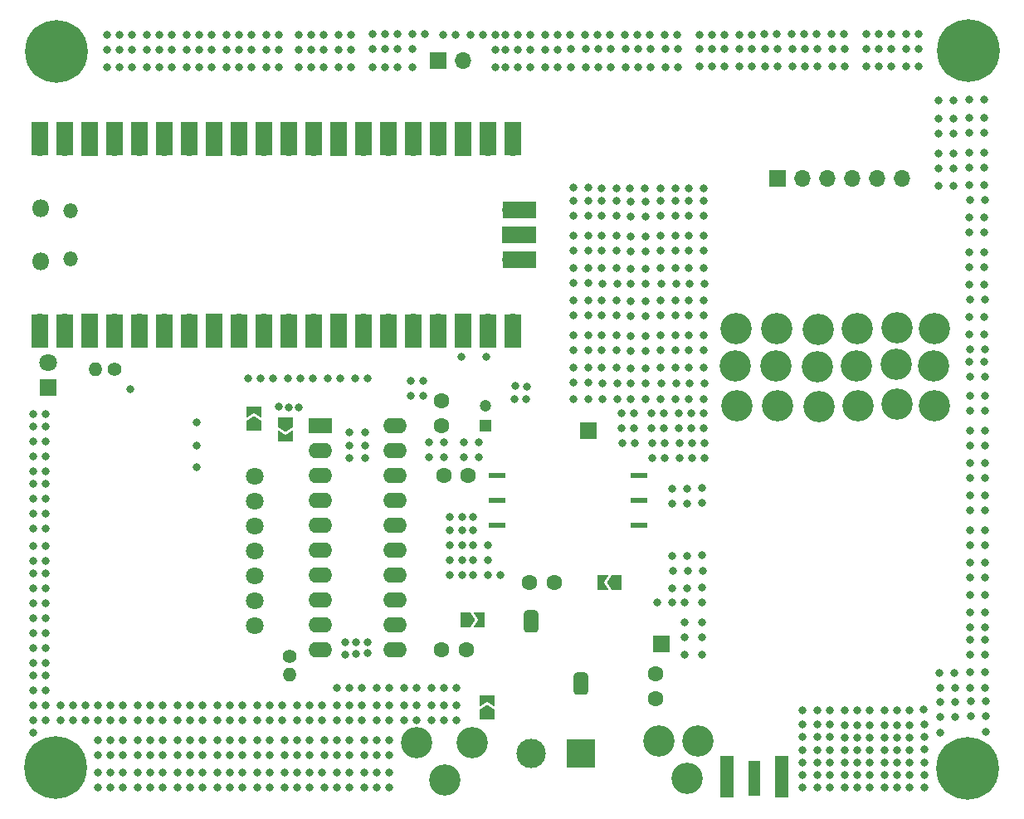
<source format=gbr>
%TF.GenerationSoftware,KiCad,Pcbnew,(7.0.0-rc2-19-gbcc1e28bab)*%
%TF.CreationDate,2023-01-26T23:12:17-08:00*%
%TF.ProjectId,Amplified-WSPR-Beacon-v3,416d706c-6966-4696-9564-2d575350522d,rev?*%
%TF.SameCoordinates,Original*%
%TF.FileFunction,Soldermask,Top*%
%TF.FilePolarity,Negative*%
%FSLAX46Y46*%
G04 Gerber Fmt 4.6, Leading zero omitted, Abs format (unit mm)*
G04 Created by KiCad (PCBNEW (7.0.0-rc2-19-gbcc1e28bab)) date 2023-01-26 23:12:17*
%MOMM*%
%LPD*%
G01*
G04 APERTURE LIST*
G04 Aperture macros list*
%AMRoundRect*
0 Rectangle with rounded corners*
0 $1 Rounding radius*
0 $2 $3 $4 $5 $6 $7 $8 $9 X,Y pos of 4 corners*
0 Add a 4 corners polygon primitive as box body*
4,1,4,$2,$3,$4,$5,$6,$7,$8,$9,$2,$3,0*
0 Add four circle primitives for the rounded corners*
1,1,$1+$1,$2,$3*
1,1,$1+$1,$4,$5*
1,1,$1+$1,$6,$7*
1,1,$1+$1,$8,$9*
0 Add four rect primitives between the rounded corners*
20,1,$1+$1,$2,$3,$4,$5,0*
20,1,$1+$1,$4,$5,$6,$7,0*
20,1,$1+$1,$6,$7,$8,$9,0*
20,1,$1+$1,$8,$9,$2,$3,0*%
%AMFreePoly0*
4,1,6,1.000000,0.000000,0.500000,-0.750000,-0.500000,-0.750000,-0.500000,0.750000,0.500000,0.750000,1.000000,0.000000,1.000000,0.000000,$1*%
%AMFreePoly1*
4,1,6,0.500000,-0.750000,-0.650000,-0.750000,-0.150000,0.000000,-0.650000,0.750000,0.500000,0.750000,0.500000,-0.750000,0.500000,-0.750000,$1*%
G04 Aperture macros list end*
%ADD10R,1.200000X1.200000*%
%ADD11C,1.200000*%
%ADD12R,1.270000X3.600000*%
%ADD13R,1.350000X4.200000*%
%ADD14FreePoly0,270.000000*%
%ADD15FreePoly1,270.000000*%
%ADD16R,1.800000X1.800000*%
%ADD17C,1.800000*%
%ADD18FreePoly0,0.000000*%
%ADD19FreePoly1,0.000000*%
%ADD20C,0.800000*%
%ADD21C,6.400000*%
%ADD22C,1.600000*%
%ADD23R,1.700000X1.700000*%
%ADD24R,1.778000X0.609600*%
%ADD25O,1.700000X1.700000*%
%ADD26O,1.800000X1.800000*%
%ADD27O,1.500000X1.500000*%
%ADD28R,1.700000X3.500000*%
%ADD29R,3.500000X1.700000*%
%ADD30R,3.000000X3.000000*%
%ADD31C,3.000000*%
%ADD32FreePoly0,90.000000*%
%ADD33FreePoly1,90.000000*%
%ADD34R,2.400000X1.600000*%
%ADD35O,2.400000X1.600000*%
%ADD36RoundRect,0.381000X-0.381000X0.762000X-0.381000X-0.762000X0.381000X-0.762000X0.381000X0.762000X0*%
%ADD37C,1.400000*%
%ADD38O,1.400000X1.400000*%
%ADD39FreePoly0,180.000000*%
%ADD40FreePoly1,180.000000*%
%ADD41C,3.200000*%
G04 APERTURE END LIST*
D10*
%TO.C,C8*%
X136849999Y-98222599D03*
D11*
X136850000Y-96222600D03*
%TD*%
D12*
%TO.C,J1*%
X164279999Y-134239999D03*
D13*
X161454999Y-134039999D03*
X167104999Y-134039999D03*
%TD*%
D14*
%TO.C,JP5*%
X116400000Y-97910000D03*
D15*
X116400000Y-99360000D03*
%TD*%
D16*
%TO.C,D1*%
X92239999Y-94354999D03*
D17*
X92240000Y-91815000D03*
%TD*%
D18*
%TO.C,JP2*%
X134815000Y-118090000D03*
D19*
X136265000Y-118090000D03*
%TD*%
D17*
%TO.C,U2*%
X113301000Y-103386350D03*
X113301000Y-105926350D03*
X113301000Y-108466350D03*
X113301000Y-111006350D03*
X113301000Y-113546350D03*
X113301000Y-116086350D03*
X113301000Y-118626350D03*
%TD*%
D20*
%TO.C,H4*%
X183620000Y-133190000D03*
X184322944Y-131492944D03*
X184322944Y-134887056D03*
X186020000Y-130790000D03*
D21*
X186020000Y-133190000D03*
D20*
X186020000Y-135590000D03*
X187717056Y-131492944D03*
X187717056Y-134887056D03*
X188420000Y-133190000D03*
%TD*%
D22*
%TO.C,C3*%
X154210000Y-126070000D03*
X154210000Y-123570000D03*
%TD*%
D23*
%TO.C,TP1*%
X147359999Y-98719999D03*
%TD*%
D24*
%TO.C,TR1*%
X138020999Y-108379999D03*
X138020999Y-105839999D03*
X138020999Y-103299999D03*
X152498999Y-103299999D03*
X152498999Y-105839999D03*
X152498999Y-108379999D03*
%TD*%
D23*
%TO.C,TP2*%
X154769999Y-120509999D03*
%TD*%
D22*
%TO.C,C7*%
X132340000Y-95720000D03*
X132340000Y-98220000D03*
%TD*%
D23*
%TO.C,SW1*%
X132039999Y-61019999D03*
D25*
X134579999Y-61019999D03*
%TD*%
D20*
%TO.C,H2*%
X183680000Y-60010000D03*
X184382944Y-58312944D03*
X184382944Y-61707056D03*
X186080000Y-57610000D03*
D21*
X186080000Y-60010000D03*
D20*
X186080000Y-62410000D03*
X187777056Y-58312944D03*
X187777056Y-61707056D03*
X188480000Y-60010000D03*
%TD*%
D23*
%TO.C,RTC1*%
X166654999Y-72999999D03*
D25*
X169194999Y-72999999D03*
X171734999Y-72999999D03*
X174274999Y-72999999D03*
X176814999Y-72999999D03*
X179354999Y-72999999D03*
%TD*%
D20*
%TO.C,H1*%
X90710000Y-60040000D03*
X91412944Y-58342944D03*
X91412944Y-61737056D03*
X93110000Y-57640000D03*
D21*
X93110000Y-60040000D03*
D20*
X93110000Y-62440000D03*
X94807056Y-58342944D03*
X94807056Y-61737056D03*
X95510000Y-60040000D03*
%TD*%
D26*
%TO.C,U1*%
X91480999Y-81498999D03*
D27*
X94510999Y-81198999D03*
X94510999Y-76348999D03*
D26*
X91480999Y-76048999D03*
D25*
X91350999Y-87663999D03*
D28*
X91350999Y-88563999D03*
D25*
X93890999Y-87663999D03*
D28*
X93890999Y-88563999D03*
D23*
X96430999Y-87663999D03*
D28*
X96430999Y-88563999D03*
D25*
X98970999Y-87663999D03*
D28*
X98970999Y-88563999D03*
D25*
X101510999Y-87663999D03*
D28*
X101510999Y-88563999D03*
D25*
X104050999Y-87663999D03*
D28*
X104050999Y-88563999D03*
D25*
X106590999Y-87663999D03*
D28*
X106590999Y-88563999D03*
D23*
X109130999Y-87663999D03*
D28*
X109130999Y-88563999D03*
D25*
X111670999Y-87663999D03*
D28*
X111670999Y-88563999D03*
D25*
X114210999Y-87663999D03*
D28*
X114210999Y-88563999D03*
D25*
X116750999Y-87663999D03*
D28*
X116750999Y-88563999D03*
D25*
X119290999Y-87663999D03*
D28*
X119290999Y-88563999D03*
D23*
X121830999Y-87663999D03*
D28*
X121830999Y-88563999D03*
D25*
X124370999Y-87663999D03*
D28*
X124370999Y-88563999D03*
D25*
X126910999Y-87663999D03*
D28*
X126910999Y-88563999D03*
D25*
X129450999Y-87663999D03*
D28*
X129450999Y-88563999D03*
D25*
X131990999Y-87663999D03*
D28*
X131990999Y-88563999D03*
D23*
X134530999Y-87663999D03*
D28*
X134530999Y-88563999D03*
D25*
X137070999Y-87663999D03*
D28*
X137070999Y-88563999D03*
D25*
X139610999Y-87663999D03*
D28*
X139610999Y-88563999D03*
D25*
X139610999Y-69883999D03*
D28*
X139610999Y-68983999D03*
D25*
X137070999Y-69883999D03*
D28*
X137070999Y-68983999D03*
D23*
X134530999Y-69883999D03*
D28*
X134530999Y-68983999D03*
D25*
X131990999Y-69883999D03*
D28*
X131990999Y-68983999D03*
D25*
X129450999Y-69883999D03*
D28*
X129450999Y-68983999D03*
D25*
X126910999Y-69883999D03*
D28*
X126910999Y-68983999D03*
D25*
X124370999Y-69883999D03*
D28*
X124370999Y-68983999D03*
D23*
X121830999Y-69883999D03*
D28*
X121830999Y-68983999D03*
D25*
X119290999Y-69883999D03*
D28*
X119290999Y-68983999D03*
D25*
X116750999Y-69883999D03*
D28*
X116750999Y-68983999D03*
D25*
X114210999Y-69883999D03*
D28*
X114210999Y-68983999D03*
D25*
X111670999Y-69883999D03*
D28*
X111670999Y-68983999D03*
D23*
X109130999Y-69883999D03*
D28*
X109130999Y-68983999D03*
D25*
X106590999Y-69883999D03*
D28*
X106590999Y-68983999D03*
D25*
X104050999Y-69883999D03*
D28*
X104050999Y-68983999D03*
D25*
X101510999Y-69883999D03*
D28*
X101510999Y-68983999D03*
D25*
X98970999Y-69883999D03*
D28*
X98970999Y-68983999D03*
D23*
X96430999Y-69883999D03*
D28*
X96430999Y-68983999D03*
D25*
X93890999Y-69883999D03*
D28*
X93890999Y-68983999D03*
D25*
X91350999Y-69883999D03*
D28*
X91350999Y-68983999D03*
D25*
X139380999Y-81313999D03*
D29*
X140280999Y-81313999D03*
D23*
X139380999Y-78773999D03*
D29*
X140280999Y-78773999D03*
D25*
X139380999Y-76233999D03*
D29*
X140280999Y-76233999D03*
%TD*%
D22*
%TO.C,C4*%
X134870000Y-121080000D03*
X132370000Y-121080000D03*
%TD*%
D30*
%TO.C,ANTENNA1*%
X146539999Y-131649999D03*
D31*
X141460000Y-131650000D03*
%TD*%
D32*
%TO.C,JP3*%
X136990000Y-127720000D03*
D33*
X136990000Y-126270000D03*
%TD*%
D34*
%TO.C,U3*%
X119997999Y-98231999D03*
D35*
X119997999Y-100771999D03*
X119997999Y-103311999D03*
X119997999Y-105851999D03*
X119997999Y-108391999D03*
X119997999Y-110931999D03*
X119997999Y-113471999D03*
X119997999Y-116011999D03*
X119997999Y-118551999D03*
X119997999Y-121091999D03*
X127617999Y-121091999D03*
X127617999Y-118551999D03*
X127617999Y-116011999D03*
X127617999Y-113471999D03*
X127617999Y-110931999D03*
X127617999Y-108391999D03*
X127617999Y-105851999D03*
X127617999Y-103311999D03*
X127617999Y-100771999D03*
X127617999Y-98231999D03*
%TD*%
D20*
%TO.C,H3*%
X93000000Y-135500000D03*
X91302944Y-134797056D03*
X94697056Y-134797056D03*
X90600000Y-133100000D03*
D21*
X93000000Y-133100000D03*
D20*
X95400000Y-133100000D03*
X91302944Y-131402944D03*
X94697056Y-131402944D03*
X93000000Y-130700000D03*
%TD*%
D36*
%TO.C,L2*%
X141520000Y-118240000D03*
X146600000Y-124590000D03*
%TD*%
D32*
%TO.C,JP4*%
X113240000Y-98270000D03*
D33*
X113240000Y-96820000D03*
%TD*%
D22*
%TO.C,C1*%
X135080000Y-103310000D03*
X132580000Y-103310000D03*
%TD*%
D37*
%TO.C,R1*%
X116840000Y-121777000D03*
D38*
X116839999Y-123676999D03*
%TD*%
D22*
%TO.C,C2*%
X143860000Y-114280000D03*
X141360000Y-114280000D03*
%TD*%
D37*
%TO.C,R2*%
X98970000Y-92510000D03*
D38*
X97069999Y-92509999D03*
%TD*%
D39*
%TO.C,JP1*%
X150230000Y-114280000D03*
D40*
X148780000Y-114280000D03*
%TD*%
D20*
X131318000Y-128270000D03*
X113538000Y-126746000D03*
X135342000Y-58328000D03*
X186206000Y-87160000D03*
X100798000Y-59852000D03*
X162774000Y-58328000D03*
X153200000Y-83770000D03*
X172008000Y-135162000D03*
X90728000Y-126780000D03*
X147026000Y-58328000D03*
X136176000Y-99950000D03*
X157410000Y-104690000D03*
X105460000Y-126780000D03*
X173466000Y-59804000D03*
X145786000Y-73990000D03*
X91998000Y-123732000D03*
X159980000Y-58328000D03*
X187730000Y-83858000D03*
X152022000Y-98532000D03*
X178866000Y-132622000D03*
X109524000Y-133638000D03*
X184620000Y-70446000D03*
X186266000Y-120082000D03*
X157176000Y-121632000D03*
X151616000Y-74040000D03*
X91998000Y-125256000D03*
X116702000Y-93400000D03*
X93522000Y-128304000D03*
X170688000Y-133858000D03*
X154710000Y-92332000D03*
X147370000Y-83720000D03*
X112064000Y-130336000D03*
D41*
X132690000Y-134400000D03*
D20*
X157600000Y-75334000D03*
X127875000Y-58326000D03*
X170684000Y-61602000D03*
X91948000Y-119380000D03*
X157410000Y-106214000D03*
X117602000Y-133604000D03*
X120396000Y-130302000D03*
X138910000Y-61650000D03*
X121716000Y-135162000D03*
X112990000Y-59852000D03*
X155936000Y-113106000D03*
X178866000Y-135162000D03*
X117830000Y-96360000D03*
X172208000Y-61602000D03*
X176062000Y-131324000D03*
X112064000Y-126780000D03*
X174802000Y-132622000D03*
X154710000Y-80394000D03*
X153150000Y-92372000D03*
X102666000Y-130336000D03*
X148334000Y-59840000D03*
X113588000Y-131860000D03*
X125730000Y-128270000D03*
X187730000Y-73698000D03*
X97332000Y-133638000D03*
X116332000Y-130302000D03*
X100798000Y-58328000D03*
X166570000Y-58292000D03*
X133170000Y-110420000D03*
X180998000Y-59782000D03*
X152048000Y-100006000D03*
D41*
X182630000Y-88370000D03*
D20*
X112064000Y-131860000D03*
X187790000Y-112208000D03*
X169164000Y-132588000D03*
X156424000Y-58328000D03*
X156594000Y-97008000D03*
X157176000Y-118330000D03*
X102334000Y-61650000D03*
X134440000Y-108896000D03*
X150752000Y-97008000D03*
X99872000Y-126780000D03*
X116382000Y-135162000D03*
X106730000Y-133638000D03*
X120356000Y-58328000D03*
X187860000Y-126362000D03*
X157600000Y-92352000D03*
X174792000Y-131324000D03*
X156234000Y-80394000D03*
X90728000Y-120938000D03*
X133858000Y-124968000D03*
X137894000Y-61650000D03*
X183096000Y-73748000D03*
X129794000Y-128270000D03*
X94792000Y-128304000D03*
X151626000Y-89070000D03*
X157600000Y-80414000D03*
X106386000Y-59852000D03*
X98602000Y-126780000D03*
D41*
X154550000Y-130460000D03*
D20*
X178216000Y-61580000D03*
X150260000Y-78890000D03*
X187730000Y-78524000D03*
X90678000Y-112014000D03*
X103936000Y-130336000D03*
X147320000Y-82162000D03*
X153680000Y-61638000D03*
X121880000Y-59852000D03*
X178204000Y-59782000D03*
X147320000Y-85464000D03*
X186206000Y-91732000D03*
X151626000Y-80434000D03*
X94792000Y-126780000D03*
X107656000Y-58328000D03*
X168094000Y-58292000D03*
X186206000Y-88938000D03*
X142962000Y-59852000D03*
X114514000Y-58328000D03*
X124560000Y-101560000D03*
X154710000Y-78870000D03*
X90728000Y-97062000D03*
X187790000Y-110430000D03*
X148726000Y-74020000D03*
X145540000Y-59840000D03*
X90728000Y-125256000D03*
X90728000Y-98332000D03*
D41*
X166580000Y-88370000D03*
D20*
X108938000Y-61650000D03*
X158660000Y-59818000D03*
X90678000Y-102870000D03*
X124510000Y-135162000D03*
X161250000Y-58328000D03*
X100810000Y-61650000D03*
X133858000Y-126746000D03*
X187700000Y-65000000D03*
X127887000Y-61648000D03*
X110450000Y-59852000D03*
X156620000Y-101530000D03*
X180066000Y-127274000D03*
X151626000Y-90594000D03*
X145552000Y-61638000D03*
X186326000Y-124980000D03*
X157890000Y-100006000D03*
X150310000Y-93910000D03*
X135586000Y-110438000D03*
X170688000Y-132588000D03*
X135586000Y-113486000D03*
X109524000Y-130336000D03*
X123150000Y-59852000D03*
X96062000Y-126780000D03*
X122936000Y-130302000D03*
X173532000Y-133892000D03*
X186206000Y-77000000D03*
X123660000Y-120360000D03*
X128524000Y-128270000D03*
X150260000Y-82192000D03*
D41*
X178800000Y-88240000D03*
D20*
X159004000Y-113030000D03*
X98258000Y-59852000D03*
X181600000Y-128750000D03*
X154710000Y-85474000D03*
X174792000Y-130054000D03*
X147320000Y-75304000D03*
X156462000Y-59840000D03*
X151626000Y-75354000D03*
X119098000Y-61650000D03*
X186266000Y-106874000D03*
X156474000Y-61638000D03*
X98602000Y-135162000D03*
X156284000Y-93890000D03*
X115178000Y-93400000D03*
X159124000Y-82192000D03*
X148736000Y-92352000D03*
X144232000Y-58328000D03*
X151128000Y-59840000D03*
X187790000Y-106874000D03*
X169402000Y-59804000D03*
X187730000Y-82080000D03*
X142974000Y-61650000D03*
X110794000Y-131860000D03*
X116078000Y-128270000D03*
X112064000Y-135162000D03*
X108000000Y-128304000D03*
X103936000Y-135162000D03*
X187730000Y-71920000D03*
X153150000Y-85514000D03*
X162736000Y-61616000D03*
D41*
X178730000Y-92000000D03*
D20*
X150260000Y-87018000D03*
D41*
X170860000Y-96260000D03*
D20*
X158710000Y-58328000D03*
X170738000Y-135162000D03*
X101396000Y-128304000D03*
X124460000Y-133604000D03*
X137882000Y-59852000D03*
X159124000Y-90574000D03*
X118872000Y-128270000D03*
X112064000Y-128304000D03*
X129399000Y-59850000D03*
X145796000Y-90544000D03*
X102322000Y-59852000D03*
X187790000Y-120082000D03*
X159160000Y-100006000D03*
X175714000Y-58292000D03*
X138898000Y-59852000D03*
D41*
X158530000Y-130390000D03*
X174780000Y-88370000D03*
D20*
X105460000Y-133638000D03*
X102666000Y-126780000D03*
X151676000Y-83770000D03*
X181600000Y-131290000D03*
X177586000Y-131324000D03*
X126605000Y-59850000D03*
X176002000Y-127274000D03*
X153150000Y-78910000D03*
X154734000Y-95540000D03*
X151140000Y-61638000D03*
X91948000Y-102870000D03*
X187730000Y-68364000D03*
X90678000Y-119380000D03*
X158954000Y-119854000D03*
X159134000Y-98532000D03*
X90728000Y-128304000D03*
X91998000Y-99856000D03*
X153200000Y-93930000D03*
X186266000Y-102048000D03*
X103936000Y-133638000D03*
X149616000Y-61638000D03*
X145846000Y-93880000D03*
X153630000Y-58328000D03*
X124850000Y-121480000D03*
X103604000Y-61650000D03*
X157650000Y-83750000D03*
X157410000Y-111548000D03*
X183166000Y-123472000D03*
X130480000Y-95220000D03*
X115796000Y-61650000D03*
X105460000Y-131860000D03*
X122936000Y-133604000D03*
X157600000Y-85494000D03*
X125730000Y-131826000D03*
X176072000Y-133892000D03*
X110794000Y-126780000D03*
X110794000Y-128304000D03*
X125347000Y-61648000D03*
X178254000Y-58292000D03*
X147320000Y-86988000D03*
X108000000Y-135162000D03*
X154382000Y-116298000D03*
X132620000Y-101474000D03*
X96062000Y-128304000D03*
X102666000Y-128304000D03*
X137110000Y-113486000D03*
X181610000Y-132588000D03*
X173428000Y-58292000D03*
X184620000Y-73748000D03*
X129210000Y-93696000D03*
X127050000Y-135162000D03*
X157176000Y-116298000D03*
X187730000Y-88938000D03*
X168144000Y-61602000D03*
X147320000Y-89020000D03*
X154710000Y-76838000D03*
X114526000Y-61650000D03*
X186256000Y-85416000D03*
X186386000Y-127920000D03*
X156234000Y-86998000D03*
X119086000Y-59852000D03*
X180126000Y-130054000D03*
X148736000Y-85494000D03*
X145796000Y-89020000D03*
X148736000Y-76858000D03*
X108000000Y-131860000D03*
X159134000Y-97008000D03*
X145820000Y-95530000D03*
X148786000Y-83750000D03*
X148736000Y-90574000D03*
X157600000Y-76858000D03*
X155070000Y-98532000D03*
X181610000Y-133858000D03*
X155096000Y-100006000D03*
D41*
X182560000Y-92130000D03*
D20*
X165338000Y-59804000D03*
X122936000Y-131826000D03*
X145796000Y-92322000D03*
X151626000Y-87038000D03*
X187780000Y-75256000D03*
X131318000Y-124968000D03*
X153150000Y-76878000D03*
X155886000Y-111548000D03*
X91948000Y-104140000D03*
X99528000Y-59852000D03*
X123162000Y-61650000D03*
X101396000Y-135162000D03*
X109524000Y-135162000D03*
X101396000Y-126780000D03*
X181010000Y-61580000D03*
X115784000Y-59852000D03*
X170634000Y-58292000D03*
X171948000Y-128750000D03*
X152360000Y-58328000D03*
X181600000Y-130020000D03*
X149604000Y-59840000D03*
X128524000Y-126746000D03*
X154710000Y-90554000D03*
X115784000Y-58328000D03*
X107668000Y-61650000D03*
X110794000Y-133638000D03*
X186256000Y-90496000D03*
X138898000Y-58328000D03*
X98602000Y-130336000D03*
X112064000Y-133638000D03*
X90678000Y-117856000D03*
X153150000Y-82212000D03*
X186176000Y-65000000D03*
X156234000Y-85474000D03*
X145796000Y-80384000D03*
X141040000Y-94240000D03*
X90678000Y-110490000D03*
X187780000Y-85416000D03*
X90728000Y-129574000D03*
X116810000Y-96360000D03*
X91948000Y-105664000D03*
X103936000Y-126780000D03*
X118872000Y-130302000D03*
X186266000Y-108906000D03*
X125730000Y-126746000D03*
X127000000Y-126746000D03*
X131096000Y-99950000D03*
X187884000Y-129520000D03*
X157624000Y-95560000D03*
X177596000Y-133892000D03*
D41*
X162350000Y-92130000D03*
D20*
X98602000Y-128304000D03*
X122560000Y-120350000D03*
X91998000Y-120938000D03*
X169154000Y-130020000D03*
X159174000Y-83750000D03*
X187790000Y-102048000D03*
X151626000Y-82212000D03*
X119242000Y-93400000D03*
X173522000Y-131324000D03*
X135596000Y-107538000D03*
X114858000Y-130336000D03*
X110450000Y-58328000D03*
X150260000Y-76858000D03*
X98258000Y-58328000D03*
X121666000Y-124968000D03*
X134652000Y-99950000D03*
X169154000Y-128750000D03*
X107656000Y-59852000D03*
X159124000Y-75334000D03*
X186266000Y-96714000D03*
X154760000Y-93890000D03*
X133858000Y-128270000D03*
X110794000Y-135162000D03*
X179778000Y-58292000D03*
X157460000Y-113106000D03*
X147344000Y-95530000D03*
X148786000Y-93910000D03*
X138380000Y-113486000D03*
X158954000Y-116298000D03*
X117972000Y-93400000D03*
X159160000Y-101530000D03*
X184620000Y-68414000D03*
X187730000Y-77000000D03*
D41*
X162420000Y-88370000D03*
D20*
X170678000Y-130020000D03*
X128524000Y-124968000D03*
X124206000Y-128270000D03*
X97332000Y-128304000D03*
X97332000Y-126780000D03*
X183276000Y-127970000D03*
X134440000Y-113468000D03*
X93522000Y-126780000D03*
X184800000Y-127970000D03*
X174732000Y-127274000D03*
D41*
X174820000Y-96190000D03*
D20*
X98602000Y-131860000D03*
X91948000Y-116332000D03*
X144232000Y-59852000D03*
X122560000Y-121580000D03*
X186206000Y-68364000D03*
X139840000Y-95530000D03*
X152398000Y-59840000D03*
X91948000Y-108712000D03*
X125335000Y-59850000D03*
X174802000Y-133892000D03*
X150752000Y-98532000D03*
X136176000Y-101474000D03*
X132588000Y-128270000D03*
D41*
X166620000Y-96190000D03*
D20*
X186256000Y-75256000D03*
X154710000Y-89030000D03*
X141438000Y-58328000D03*
X136906000Y-91186000D03*
X117652000Y-135162000D03*
X106730000Y-126780000D03*
X91998000Y-122462000D03*
X166608000Y-59804000D03*
D41*
X135480000Y-130560000D03*
D20*
X186266000Y-110430000D03*
X134416000Y-91220000D03*
X101396000Y-130336000D03*
X120142000Y-126746000D03*
X169144000Y-127274000D03*
X120142000Y-128270000D03*
X132588000Y-124968000D03*
X156234000Y-76838000D03*
X132548000Y-58328000D03*
X186266000Y-95190000D03*
X106730000Y-128304000D03*
X148760000Y-95560000D03*
X90728000Y-122462000D03*
X113588000Y-133638000D03*
X178796000Y-127274000D03*
X170668000Y-127274000D03*
X149566000Y-58328000D03*
X157590000Y-74020000D03*
X184740000Y-125030000D03*
X186276000Y-123422000D03*
X124830000Y-93400000D03*
X154710000Y-86998000D03*
X171948000Y-130020000D03*
X144244000Y-61650000D03*
X151626000Y-85514000D03*
X122936000Y-128270000D03*
X183066000Y-65050000D03*
X111732000Y-61650000D03*
X159124000Y-92352000D03*
X134652000Y-101474000D03*
X157864000Y-98532000D03*
X157176000Y-119854000D03*
X187790000Y-96714000D03*
X147320000Y-90544000D03*
X129399000Y-58326000D03*
X164044000Y-58328000D03*
X186206000Y-73698000D03*
X90678000Y-105664000D03*
X180136000Y-132622000D03*
X101396000Y-133638000D03*
X127875000Y-59850000D03*
X141000000Y-95530000D03*
X173478000Y-61602000D03*
X124580000Y-98930000D03*
X159114000Y-74020000D03*
X187840000Y-113766000D03*
X113908000Y-93400000D03*
X106730000Y-135162000D03*
X147310000Y-73990000D03*
X150260000Y-89050000D03*
X156594000Y-98532000D03*
X122036000Y-93400000D03*
X186206000Y-66840000D03*
X174792000Y-128784000D03*
X145846000Y-83720000D03*
X156234000Y-90554000D03*
X117602000Y-128270000D03*
X91948000Y-110490000D03*
X114858000Y-131860000D03*
D41*
X170820000Y-88440000D03*
D20*
X187730000Y-80556000D03*
X169214000Y-135162000D03*
X179740000Y-61580000D03*
X99872000Y-135162000D03*
X119086000Y-58328000D03*
X151626000Y-92372000D03*
X133818000Y-58328000D03*
X187800000Y-123422000D03*
X158954000Y-106138000D03*
X159148000Y-95560000D03*
X156234000Y-82172000D03*
X145796000Y-82162000D03*
X173462000Y-127274000D03*
X124206000Y-126746000D03*
X187790000Y-98746000D03*
X104862000Y-58328000D03*
X125730000Y-130302000D03*
X187840000Y-103606000D03*
X186266000Y-100270000D03*
X111720000Y-58328000D03*
X177596000Y-135162000D03*
D41*
X162460000Y-96190000D03*
D20*
X141450000Y-61650000D03*
X156620000Y-100006000D03*
X104862000Y-59852000D03*
X176946000Y-61580000D03*
X121892000Y-61650000D03*
X133170000Y-113468000D03*
X155886000Y-104690000D03*
X122950000Y-98910000D03*
X169364000Y-58292000D03*
X159124000Y-87018000D03*
X125730000Y-124968000D03*
X156284000Y-83730000D03*
X159124000Y-80414000D03*
X186206000Y-70396000D03*
X134450000Y-107520000D03*
X158954000Y-104614000D03*
X99528000Y-58328000D03*
X145796000Y-86988000D03*
X117602000Y-131826000D03*
X187790000Y-95190000D03*
X158954000Y-114774000D03*
X117602000Y-130302000D03*
X168132000Y-59804000D03*
X125780000Y-135162000D03*
X159124000Y-89050000D03*
X129794000Y-126746000D03*
X169414000Y-61602000D03*
X103592000Y-59852000D03*
X91948000Y-112014000D03*
X118872000Y-131826000D03*
X134440000Y-110420000D03*
X174802000Y-135162000D03*
X150310000Y-83750000D03*
X122950000Y-101590000D03*
X176934000Y-59782000D03*
X177586000Y-130054000D03*
X150778000Y-100006000D03*
X112990000Y-58328000D03*
X145502000Y-58328000D03*
X153668000Y-59840000D03*
X171998000Y-131324000D03*
X108000000Y-126780000D03*
X171958000Y-132588000D03*
X157600000Y-78890000D03*
X173522000Y-128784000D03*
X187730000Y-70396000D03*
X181540000Y-127240000D03*
X124460000Y-130302000D03*
X136612000Y-58328000D03*
X152410000Y-61638000D03*
X155204000Y-61638000D03*
D41*
X166510000Y-92130000D03*
D20*
X186206000Y-78524000D03*
X113002000Y-61650000D03*
X134440000Y-111944000D03*
X183096000Y-70446000D03*
X109524000Y-126780000D03*
X156234000Y-75314000D03*
X118872000Y-126746000D03*
X177596000Y-132622000D03*
X90678000Y-108712000D03*
X187790000Y-100270000D03*
X159930000Y-59818000D03*
X122940000Y-100240000D03*
X157600000Y-89050000D03*
X186316000Y-113766000D03*
X118922000Y-135162000D03*
X116332000Y-131826000D03*
X187730000Y-66840000D03*
X170678000Y-128750000D03*
X184620000Y-66890000D03*
X102322000Y-58328000D03*
X90728000Y-123732000D03*
X120368000Y-61650000D03*
X187780000Y-93290000D03*
X120142000Y-133604000D03*
X139850000Y-94220000D03*
X114514000Y-59852000D03*
X153826000Y-101530000D03*
X158672000Y-61616000D03*
X114858000Y-133638000D03*
X187790000Y-117288000D03*
X120446000Y-135162000D03*
X114808000Y-128270000D03*
X105460000Y-128304000D03*
X156234000Y-89030000D03*
X164006000Y-61616000D03*
X123560000Y-93400000D03*
X157600000Y-87018000D03*
X154710000Y-75314000D03*
X178856000Y-131324000D03*
X102666000Y-133638000D03*
X109524000Y-131860000D03*
X153150000Y-87038000D03*
X155886000Y-106214000D03*
X186266000Y-117288000D03*
X116078000Y-126746000D03*
X137110000Y-110438000D03*
X187840000Y-118846000D03*
X129794000Y-124968000D03*
X114858000Y-135162000D03*
X117828000Y-61650000D03*
X140180000Y-61650000D03*
X133170000Y-111944000D03*
X113538000Y-128270000D03*
X187910000Y-127920000D03*
X157650000Y-93910000D03*
X103592000Y-58328000D03*
X180126000Y-128784000D03*
X110462000Y-61650000D03*
X171958000Y-133858000D03*
X97332000Y-131860000D03*
D41*
X170750000Y-92200000D03*
D20*
X155886000Y-114850000D03*
X147320000Y-92322000D03*
X147064000Y-59840000D03*
X184620000Y-71970000D03*
X148296000Y-58328000D03*
X156234000Y-78870000D03*
X102666000Y-135162000D03*
X157864000Y-97008000D03*
X150260000Y-80414000D03*
X161212000Y-61616000D03*
X158954000Y-121632000D03*
X116382000Y-133638000D03*
X176062000Y-130054000D03*
X131096000Y-101474000D03*
X178856000Y-130054000D03*
X121880000Y-58328000D03*
X170672000Y-59804000D03*
X154700000Y-74000000D03*
X101396000Y-131860000D03*
X159942000Y-61616000D03*
X184590000Y-65050000D03*
X186316000Y-121640000D03*
X117816000Y-58328000D03*
X153800000Y-97008000D03*
X141438000Y-59852000D03*
X133170000Y-108896000D03*
X99872000Y-131860000D03*
X132620000Y-99950000D03*
X102666000Y-131860000D03*
X148736000Y-89050000D03*
D41*
X174710000Y-92130000D03*
D20*
X151650000Y-95580000D03*
X132588000Y-126746000D03*
X148736000Y-78890000D03*
X130669000Y-58326000D03*
X137110000Y-111962000D03*
X106386000Y-58328000D03*
X151090000Y-58328000D03*
X163994000Y-59818000D03*
X154760000Y-83730000D03*
X183250000Y-129570000D03*
X108926000Y-59852000D03*
X173522000Y-130054000D03*
X156234000Y-92332000D03*
X148736000Y-87018000D03*
X172196000Y-59804000D03*
X121666000Y-128270000D03*
X157410000Y-114850000D03*
X106730000Y-130336000D03*
X159124000Y-85494000D03*
X122936000Y-126746000D03*
X140168000Y-58328000D03*
X153174000Y-95580000D03*
X177586000Y-128784000D03*
X105460000Y-135162000D03*
X186316000Y-103606000D03*
X155906000Y-116298000D03*
X129210000Y-95220000D03*
X123640000Y-121540000D03*
X147320000Y-76828000D03*
X154710000Y-82172000D03*
X186256000Y-93290000D03*
X125730000Y-133604000D03*
X178856000Y-128784000D03*
X110794000Y-130336000D03*
X145796000Y-75304000D03*
X108926000Y-58328000D03*
X155070000Y-97008000D03*
X91948000Y-101346000D03*
X186266000Y-98746000D03*
X165300000Y-58292000D03*
X162724000Y-59818000D03*
X173532000Y-135162000D03*
X91998000Y-128304000D03*
X91948000Y-117856000D03*
X117602000Y-126746000D03*
X155096000Y-101530000D03*
X127000000Y-133604000D03*
X112638000Y-93400000D03*
X121666000Y-126746000D03*
X153800000Y-98532000D03*
X100640000Y-94500000D03*
X186336000Y-126362000D03*
X114808000Y-126746000D03*
X124810000Y-120360000D03*
X187790000Y-115510000D03*
X108000000Y-133638000D03*
X124206000Y-124968000D03*
X90728000Y-99856000D03*
X91948000Y-114808000D03*
X127000000Y-128270000D03*
X126605000Y-58326000D03*
X98270000Y-61650000D03*
X184690000Y-123472000D03*
X118872000Y-133604000D03*
X107380000Y-97940000D03*
D41*
X157430000Y-134260000D03*
D20*
X186266000Y-112208000D03*
X177526000Y-127274000D03*
X187730000Y-87160000D03*
X186206000Y-71920000D03*
X187790000Y-108906000D03*
X153150000Y-90594000D03*
X106730000Y-131860000D03*
X130480000Y-93696000D03*
X99872000Y-133638000D03*
X172158000Y-58292000D03*
X90678000Y-114808000D03*
X113588000Y-135162000D03*
X157600000Y-82192000D03*
X91948000Y-113284000D03*
X186266000Y-115510000D03*
X187840000Y-121640000D03*
X140168000Y-59852000D03*
D41*
X129810000Y-130600000D03*
D20*
X105460000Y-130336000D03*
X170728000Y-131324000D03*
X135586000Y-111962000D03*
X187730000Y-91732000D03*
X122986000Y-135162000D03*
X121666000Y-131826000D03*
X90678000Y-116332000D03*
X153150000Y-89070000D03*
X148736000Y-75334000D03*
X169164000Y-133858000D03*
X120766000Y-93400000D03*
X148346000Y-61638000D03*
X187790000Y-105350000D03*
X171938000Y-127274000D03*
X153150000Y-80434000D03*
X127000000Y-130302000D03*
X155154000Y-58328000D03*
X107380000Y-100260000D03*
X103936000Y-128304000D03*
X142962000Y-58328000D03*
X183096000Y-68414000D03*
X145796000Y-85464000D03*
X150260000Y-85494000D03*
X179728000Y-59782000D03*
X148736000Y-80414000D03*
X153140000Y-74040000D03*
X103936000Y-131860000D03*
X90678000Y-113284000D03*
X161200000Y-59818000D03*
X98602000Y-133638000D03*
X120356000Y-59852000D03*
X124560000Y-100270000D03*
X120396000Y-131826000D03*
X183216000Y-125030000D03*
X151626000Y-78910000D03*
X148736000Y-82192000D03*
X90678000Y-104140000D03*
X124460000Y-131826000D03*
X91948000Y-107188000D03*
X109524000Y-128304000D03*
X97332000Y-135162000D03*
X180136000Y-133892000D03*
X176072000Y-132622000D03*
X111720000Y-59852000D03*
X166620000Y-61602000D03*
X129411000Y-61648000D03*
X187850000Y-124980000D03*
X169204000Y-131324000D03*
X97332000Y-130336000D03*
X121666000Y-130302000D03*
X175664000Y-59782000D03*
X187780000Y-90496000D03*
X159124000Y-78890000D03*
X127000000Y-124968000D03*
X107380000Y-102460000D03*
X186266000Y-105350000D03*
X176072000Y-135162000D03*
X150250000Y-74020000D03*
X131318000Y-126746000D03*
X90678000Y-107188000D03*
X157890000Y-101530000D03*
X176062000Y-128784000D03*
X147320000Y-80384000D03*
X117816000Y-59852000D03*
X108000000Y-130336000D03*
X151676000Y-93930000D03*
X176984000Y-58292000D03*
X186316000Y-118846000D03*
D41*
X178840000Y-96060000D03*
D20*
X153150000Y-75354000D03*
X115750000Y-96340000D03*
X113588000Y-130336000D03*
X123150000Y-58328000D03*
X91998000Y-126780000D03*
X145796000Y-78860000D03*
X183096000Y-71970000D03*
X126617000Y-61648000D03*
X147076000Y-61638000D03*
X151626000Y-76878000D03*
X186206000Y-83858000D03*
X153826000Y-100006000D03*
X125335000Y-58326000D03*
X121666000Y-133604000D03*
X186206000Y-80556000D03*
X159174000Y-93910000D03*
X135586000Y-108914000D03*
X178866000Y-133892000D03*
X137882000Y-58328000D03*
X127000000Y-131826000D03*
X173532000Y-132622000D03*
X145796000Y-76828000D03*
X180126000Y-131324000D03*
X180136000Y-135162000D03*
X147320000Y-78860000D03*
X155192000Y-59840000D03*
X152022000Y-97008000D03*
X91998000Y-97062000D03*
X156224000Y-74000000D03*
X159124000Y-76858000D03*
X122936000Y-124968000D03*
X99872000Y-130336000D03*
X99540000Y-61650000D03*
X186206000Y-82080000D03*
D41*
X182670000Y-96190000D03*
D20*
X106398000Y-61650000D03*
X165350000Y-61602000D03*
X184750000Y-126412000D03*
X181048000Y-58292000D03*
X104874000Y-61650000D03*
X183096000Y-66890000D03*
X91998000Y-98332000D03*
X150260000Y-75334000D03*
X183226000Y-126412000D03*
X156258000Y-95540000D03*
X150260000Y-92352000D03*
X133180000Y-107520000D03*
X181610000Y-135128000D03*
X158954000Y-111472000D03*
X158954000Y-118330000D03*
X90678000Y-101346000D03*
X150284000Y-95560000D03*
X175676000Y-61580000D03*
X150260000Y-90574000D03*
X147370000Y-93880000D03*
X99872000Y-128304000D03*
X157600000Y-90574000D03*
M02*

</source>
